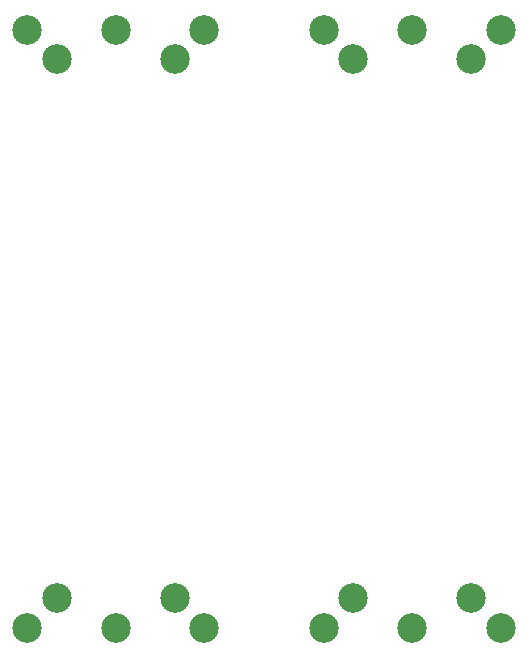
<source format=gbr>
%TF.GenerationSoftware,KiCad,Pcbnew,(6.0.10)*%
%TF.CreationDate,2023-04-08T10:37:49-05:00*%
%TF.ProjectId,AkaiFireSequener,416b6169-4669-4726-9553-657175656e65,rev?*%
%TF.SameCoordinates,Original*%
%TF.FileFunction,Legend,Bot*%
%TF.FilePolarity,Positive*%
%FSLAX46Y46*%
G04 Gerber Fmt 4.6, Leading zero omitted, Abs format (unit mm)*
G04 Created by KiCad (PCBNEW (6.0.10)) date 2023-04-08 10:37:49*
%MOMM*%
%LPD*%
G01*
G04 APERTURE LIST*
%ADD10C,2.499360*%
G04 APERTURE END LIST*
D10*
%TO.C,J5*%
X144898080Y-89397200D03*
X132403820Y-91899100D03*
X137400000Y-89399740D03*
X129901920Y-89397200D03*
X142396180Y-91899100D03*
%TD*%
%TO.C,J4*%
X119798080Y-89397200D03*
X107303820Y-91899100D03*
X112300000Y-89399740D03*
X104801920Y-89397200D03*
X117296180Y-91899100D03*
%TD*%
%TO.C,J3*%
X129901920Y-140002800D03*
X142396180Y-137500900D03*
X137400000Y-140000260D03*
X144898080Y-140002800D03*
X132403820Y-137500900D03*
%TD*%
%TO.C,J2*%
X107303820Y-137500900D03*
X119798080Y-140002800D03*
X112300000Y-140000260D03*
X117296180Y-137500900D03*
X104801920Y-140002800D03*
%TD*%
M02*

</source>
